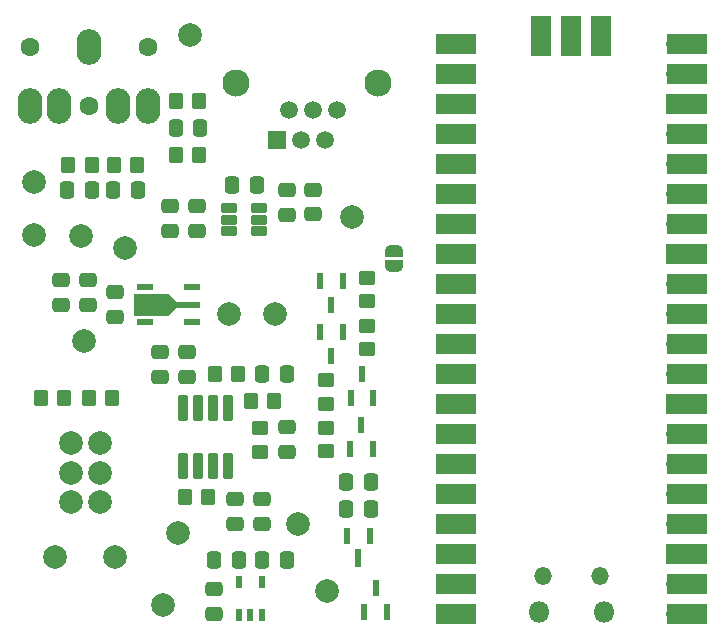
<source format=gbr>
%TF.GenerationSoftware,KiCad,Pcbnew,8.0.7+1*%
%TF.CreationDate,2025-02-06T19:29:56-05:00*%
%TF.ProjectId,jetKVM-audio-expansion,6a65744b-564d-42d6-9175-64696f2d6578,rev?*%
%TF.SameCoordinates,Original*%
%TF.FileFunction,Soldermask,Top*%
%TF.FilePolarity,Negative*%
%FSLAX46Y46*%
G04 Gerber Fmt 4.6, Leading zero omitted, Abs format (unit mm)*
G04 Created by KiCad (PCBNEW 8.0.7+1) date 2025-02-06 19:29:56*
%MOMM*%
%LPD*%
G01*
G04 APERTURE LIST*
G04 Aperture macros list*
%AMRoundRect*
0 Rectangle with rounded corners*
0 $1 Rounding radius*
0 $2 $3 $4 $5 $6 $7 $8 $9 X,Y pos of 4 corners*
0 Add a 4 corners polygon primitive as box body*
4,1,4,$2,$3,$4,$5,$6,$7,$8,$9,$2,$3,0*
0 Add four circle primitives for the rounded corners*
1,1,$1+$1,$2,$3*
1,1,$1+$1,$4,$5*
1,1,$1+$1,$6,$7*
1,1,$1+$1,$8,$9*
0 Add four rect primitives between the rounded corners*
20,1,$1+$1,$2,$3,$4,$5,0*
20,1,$1+$1,$4,$5,$6,$7,0*
20,1,$1+$1,$6,$7,$8,$9,0*
20,1,$1+$1,$8,$9,$2,$3,0*%
%AMFreePoly0*
4,1,9,0.939800,1.993900,0.266700,1.371600,0.266700,-0.711200,-0.266700,-0.711200,-0.266700,1.371600,-0.939800,1.993900,-0.939800,4.876800,0.939800,4.876800,0.939800,1.993900,0.939800,1.993900,$1*%
%AMFreePoly1*
4,1,19,0.500000,-0.750000,0.000000,-0.750000,0.000000,-0.744911,-0.071157,-0.744911,-0.207708,-0.704816,-0.327430,-0.627875,-0.420627,-0.520320,-0.479746,-0.390866,-0.500000,-0.250000,-0.500000,0.250000,-0.479746,0.390866,-0.420627,0.520320,-0.327430,0.627875,-0.207708,0.704816,-0.071157,0.744911,0.000000,0.744911,0.000000,0.750000,0.500000,0.750000,0.500000,-0.750000,0.500000,-0.750000,
$1*%
%AMFreePoly2*
4,1,19,0.000000,0.744911,0.071157,0.744911,0.207708,0.704816,0.327430,0.627875,0.420627,0.520320,0.479746,0.390866,0.500000,0.250000,0.500000,-0.250000,0.479746,-0.390866,0.420627,-0.520320,0.327430,-0.627875,0.207708,-0.704816,0.071157,-0.744911,0.000000,-0.744911,0.000000,-0.750000,-0.500000,-0.750000,-0.500000,0.750000,0.000000,0.750000,0.000000,0.744911,0.000000,0.744911,
$1*%
G04 Aperture macros list end*
%ADD10C,0.000000*%
%ADD11RoundRect,0.250000X-0.350000X-0.450000X0.350000X-0.450000X0.350000X0.450000X-0.350000X0.450000X0*%
%ADD12RoundRect,0.250000X0.337500X0.475000X-0.337500X0.475000X-0.337500X-0.475000X0.337500X-0.475000X0*%
%ADD13RoundRect,0.250000X0.475000X-0.337500X0.475000X0.337500X-0.475000X0.337500X-0.475000X-0.337500X0*%
%ADD14R,0.558800X1.320800*%
%ADD15R,0.558800X1.587500*%
%ADD16O,1.800000X1.800000*%
%ADD17O,1.500000X1.500000*%
%ADD18O,1.700000X1.700000*%
%ADD19R,3.500000X1.700000*%
%ADD20R,1.700000X1.700000*%
%ADD21R,1.700000X3.500000*%
%ADD22RoundRect,0.250000X-0.475000X0.337500X-0.475000X-0.337500X0.475000X-0.337500X0.475000X0.337500X0*%
%ADD23C,2.000000*%
%ADD24C,1.600000*%
%ADD25O,2.114000X3.020000*%
%ADD26R,1.422400X0.482600*%
%ADD27FreePoly0,90.000000*%
%ADD28RoundRect,0.250000X-0.337500X-0.475000X0.337500X-0.475000X0.337500X0.475000X-0.337500X0.475000X0*%
%ADD29C,2.300000*%
%ADD30R,1.520000X1.520000*%
%ADD31C,1.520000*%
%ADD32RoundRect,0.250000X0.450000X-0.350000X0.450000X0.350000X-0.450000X0.350000X-0.450000X-0.350000X0*%
%ADD33RoundRect,0.250000X-0.450000X0.350000X-0.450000X-0.350000X0.450000X-0.350000X0.450000X0.350000X0*%
%ADD34C,2.004000*%
%ADD35RoundRect,0.250000X0.350000X0.450000X-0.350000X0.450000X-0.350000X-0.450000X0.350000X-0.450000X0*%
%ADD36R,0.599999X1.000000*%
%ADD37RoundRect,0.100500X-0.301500X0.986500X-0.301500X-0.986500X0.301500X-0.986500X0.301500X0.986500X0*%
%ADD38FreePoly1,270.000000*%
%ADD39FreePoly2,270.000000*%
%ADD40RoundRect,0.098000X-0.609000X-0.294000X0.609000X-0.294000X0.609000X0.294000X-0.609000X0.294000X0*%
G04 APERTURE END LIST*
D10*
%TO.C,U5*%
G36*
X117665000Y-96761300D02*
G01*
X118325400Y-96761300D01*
X118325400Y-97294700D01*
X117665000Y-97294700D01*
X117042700Y-97967800D01*
X114159800Y-97967800D01*
X114159800Y-97294700D01*
X114159800Y-96761300D01*
X114159800Y-96088200D01*
X117042700Y-96088200D01*
X117665000Y-96761300D01*
G37*
%TD*%
D11*
%TO.C,R15*%
X110524800Y-85191600D03*
X108524800Y-85191600D03*
%TD*%
%TO.C,R14*%
X114385600Y-85191600D03*
X112385600Y-85191600D03*
%TD*%
D12*
%TO.C,C22*%
X112348100Y-87274400D03*
X114423100Y-87274400D03*
%TD*%
%TO.C,C21*%
X108436500Y-87274400D03*
X110511500Y-87274400D03*
%TD*%
D13*
%TO.C,C6*%
X119395000Y-90754000D03*
X119395000Y-88679000D03*
%TD*%
D14*
%TO.C,U7*%
X134046001Y-116586000D03*
X132145999Y-116586000D03*
D15*
X133096000Y-118484650D03*
%TD*%
D16*
%TO.C,U3*%
X153855000Y-123060000D03*
D17*
X153555000Y-120030000D03*
X148705000Y-120030000D03*
D16*
X148405000Y-123060000D03*
D18*
X160020000Y-123190000D03*
D19*
X160920000Y-123190000D03*
D18*
X160020000Y-120650000D03*
D19*
X160920000Y-120650000D03*
D20*
X160020000Y-118110000D03*
D19*
X160920000Y-118110000D03*
D18*
X160020000Y-115570000D03*
D19*
X160920000Y-115570000D03*
D18*
X160020000Y-113030000D03*
D19*
X160920000Y-113030000D03*
D18*
X160020000Y-110490000D03*
D19*
X160920000Y-110490000D03*
D18*
X160020000Y-107950000D03*
D19*
X160920000Y-107950000D03*
D20*
X160020000Y-105410000D03*
D19*
X160920000Y-105410000D03*
D18*
X160020000Y-102870000D03*
D19*
X160920000Y-102870000D03*
D18*
X160020000Y-100330000D03*
D19*
X160920000Y-100330000D03*
D18*
X160020000Y-97790000D03*
D19*
X160920000Y-97790000D03*
D18*
X160020000Y-95250000D03*
D19*
X160920000Y-95250000D03*
D20*
X160020000Y-92710000D03*
D19*
X160920000Y-92710000D03*
D18*
X160020000Y-90170000D03*
D19*
X160920000Y-90170000D03*
D18*
X160020000Y-87630000D03*
D19*
X160920000Y-87630000D03*
D18*
X160020000Y-85090000D03*
D19*
X160920000Y-85090000D03*
D18*
X160020000Y-82550000D03*
D19*
X160920000Y-82550000D03*
D20*
X160020000Y-80010000D03*
D19*
X160920000Y-80010000D03*
D18*
X160020000Y-77470000D03*
D19*
X160920000Y-77470000D03*
D18*
X160020000Y-74930000D03*
D19*
X160920000Y-74930000D03*
D18*
X142240000Y-74930000D03*
D19*
X141340000Y-74930000D03*
D18*
X142240000Y-77470000D03*
D19*
X141340000Y-77470000D03*
D20*
X142240000Y-80010000D03*
D19*
X141340000Y-80010000D03*
D18*
X142240000Y-82550000D03*
D19*
X141340000Y-82550000D03*
D18*
X142240000Y-85090000D03*
D19*
X141340000Y-85090000D03*
D18*
X142240000Y-87630000D03*
D19*
X141340000Y-87630000D03*
D18*
X142240000Y-90170000D03*
D19*
X141340000Y-90170000D03*
D20*
X142240000Y-92710000D03*
D19*
X141340000Y-92710000D03*
D18*
X142240000Y-95250000D03*
D19*
X141340000Y-95250000D03*
D18*
X142240000Y-97790000D03*
D19*
X141340000Y-97790000D03*
D18*
X142240000Y-100330000D03*
D19*
X141340000Y-100330000D03*
D18*
X142240000Y-102870000D03*
D19*
X141340000Y-102870000D03*
D20*
X142240000Y-105410000D03*
D19*
X141340000Y-105410000D03*
D18*
X142240000Y-107950000D03*
D19*
X141340000Y-107950000D03*
D18*
X142240000Y-110490000D03*
D19*
X141340000Y-110490000D03*
D18*
X142240000Y-113030000D03*
D19*
X141340000Y-113030000D03*
D18*
X142240000Y-115570000D03*
D19*
X141340000Y-115570000D03*
D20*
X142240000Y-118110000D03*
D19*
X141340000Y-118110000D03*
D18*
X142240000Y-120650000D03*
D19*
X141340000Y-120650000D03*
D18*
X142240000Y-123190000D03*
D19*
X141340000Y-123190000D03*
D18*
X153670000Y-75160000D03*
D21*
X153670000Y-74260000D03*
D20*
X151130000Y-75160000D03*
D21*
X151130000Y-74260000D03*
D18*
X148590000Y-75160000D03*
D21*
X148590000Y-74260000D03*
%TD*%
D22*
%TO.C,C14*%
X127063497Y-107399000D03*
X127063497Y-109474000D03*
%TD*%
D11*
%TO.C,R9*%
X123968000Y-105156000D03*
X125968000Y-105156000D03*
%TD*%
D23*
%TO.C,TP6*%
X109575600Y-91236800D03*
%TD*%
D12*
%TO.C,C3*%
X124496500Y-86922500D03*
X122421500Y-86922500D03*
%TD*%
D24*
%TO.C,J2*%
X115276000Y-75176000D03*
X105276000Y-75176000D03*
X110276000Y-80176000D03*
D25*
X110276000Y-75176000D03*
X105276000Y-80176000D03*
X115276000Y-80176000D03*
X107776000Y-80176000D03*
X112776000Y-80176000D03*
%TD*%
D23*
%TO.C,TP8*%
X118872000Y-74168000D03*
%TD*%
D26*
%TO.C,U5*%
X119036600Y-98526600D03*
D27*
X119036600Y-97028000D03*
D26*
X119036600Y-95529400D03*
X115023400Y-95529400D03*
X115023400Y-98526600D03*
%TD*%
D23*
%TO.C,TP1*%
X116586000Y-122428000D03*
%TD*%
D28*
%TO.C,C18*%
X124946500Y-102870000D03*
X127021500Y-102870000D03*
%TD*%
D13*
%TO.C,C2*%
X117109000Y-90775500D03*
X117109000Y-88700500D03*
%TD*%
D22*
%TO.C,C5*%
X118618000Y-101070500D03*
X118618000Y-103145500D03*
%TD*%
D12*
%TO.C,C15*%
X134133500Y-114300000D03*
X132058500Y-114300000D03*
%TD*%
D29*
%TO.C,J1*%
X134778000Y-78232000D03*
X122778000Y-78232000D03*
D30*
X126228000Y-83072000D03*
D31*
X127248000Y-80532000D03*
X128268000Y-83072000D03*
X129288000Y-80532000D03*
X130308000Y-83072000D03*
X131328000Y-80532000D03*
%TD*%
D22*
%TO.C,C8*%
X110236000Y-94974500D03*
X110236000Y-97049500D03*
%TD*%
D32*
%TO.C,R13*%
X130365500Y-109442000D03*
X130365500Y-107442000D03*
%TD*%
D11*
%TO.C,R3*%
X120920000Y-102870000D03*
X122920000Y-102870000D03*
%TD*%
D23*
%TO.C,TP16*%
X130429000Y-121285000D03*
%TD*%
D33*
%TO.C,R10*%
X133858000Y-98806000D03*
X133858000Y-100806000D03*
%TD*%
D23*
%TO.C,TP2*%
X105664000Y-86614000D03*
%TD*%
D11*
%TO.C,R8*%
X117634000Y-84328000D03*
X119634000Y-84328000D03*
%TD*%
D34*
%TO.C,R2*%
X108752000Y-108752000D03*
X108752000Y-111252000D03*
X108752000Y-113752000D03*
X111252000Y-108752000D03*
X111252000Y-111252000D03*
X111252000Y-113752000D03*
%TD*%
D11*
%TO.C,R4*%
X106188000Y-104902000D03*
X108188000Y-104902000D03*
%TD*%
D35*
%TO.C,R1*%
X119618000Y-79756000D03*
X117618000Y-79756000D03*
%TD*%
D23*
%TO.C,TP19*%
X113334800Y-92252800D03*
%TD*%
D35*
%TO.C,R5*%
X112252000Y-104902000D03*
X110252000Y-104902000D03*
%TD*%
D36*
%TO.C,U6*%
X123001999Y-123295001D03*
X123952000Y-123295001D03*
X124901998Y-123295001D03*
X124901998Y-120545001D03*
X123001999Y-120545001D03*
%TD*%
D37*
%TO.C,U1*%
X122047000Y-105734000D03*
X120777000Y-105734000D03*
X119507000Y-105734000D03*
X118237000Y-105734000D03*
X118237000Y-110674000D03*
X119507000Y-110674000D03*
X120777000Y-110674000D03*
X122047000Y-110674000D03*
%TD*%
D32*
%TO.C,R7*%
X124777498Y-109474000D03*
X124777498Y-107474000D03*
%TD*%
D23*
%TO.C,TP10*%
X107442000Y-118364000D03*
%TD*%
D14*
%TO.C,U11*%
X132397500Y-109220000D03*
X134302500Y-109220000D03*
X133350000Y-107188000D03*
%TD*%
%TO.C,U8*%
X131762498Y-99314000D03*
X129857498Y-99314000D03*
X130809998Y-101346000D03*
%TD*%
D22*
%TO.C,C20*%
X116332000Y-101070500D03*
X116332000Y-103145500D03*
%TD*%
D13*
%TO.C,C9*%
X120904000Y-123211500D03*
X120904000Y-121136500D03*
%TD*%
D14*
%TO.C,U9*%
X131762500Y-94996000D03*
X129857500Y-94996000D03*
X130810000Y-97028000D03*
%TD*%
D23*
%TO.C,TP7*%
X105664000Y-91084400D03*
%TD*%
D11*
%TO.C,R6*%
X118396000Y-113284000D03*
X120396000Y-113284000D03*
%TD*%
D12*
%TO.C,C12*%
X119701500Y-82042000D03*
X117626500Y-82042000D03*
%TD*%
D33*
%TO.C,R11*%
X133858000Y-94742000D03*
X133858000Y-96742000D03*
%TD*%
D12*
%TO.C,C17*%
X134133500Y-112014000D03*
X132058500Y-112014000D03*
%TD*%
D23*
%TO.C,TP15*%
X126034800Y-97790000D03*
%TD*%
D14*
%TO.C,U10*%
X132460999Y-104917998D03*
X134365999Y-104917998D03*
X133413499Y-102885998D03*
%TD*%
D23*
%TO.C,TP13*%
X117856000Y-116332000D03*
%TD*%
D22*
%TO.C,C16*%
X107950000Y-94974500D03*
X107950000Y-97049500D03*
%TD*%
D12*
%TO.C,C10*%
X122957500Y-118618000D03*
X120882500Y-118618000D03*
%TD*%
D23*
%TO.C,TP18*%
X109855000Y-100076000D03*
%TD*%
%TO.C,TP11*%
X112522000Y-118364000D03*
%TD*%
D14*
%TO.C,U4*%
X133604000Y-123062999D03*
X135509000Y-123062999D03*
X134556500Y-121030999D03*
%TD*%
D22*
%TO.C,C4*%
X122618498Y-113500000D03*
X122618498Y-115575000D03*
%TD*%
D38*
%TO.C,JP1*%
X136144000Y-92441000D03*
D39*
X136144000Y-93741000D03*
%TD*%
D40*
%TO.C,U2*%
X122153200Y-88864400D03*
X122153200Y-89814400D03*
X122153200Y-90764400D03*
X124663200Y-90764400D03*
X124663200Y-89814400D03*
X124663200Y-88864400D03*
%TD*%
D22*
%TO.C,C19*%
X124904498Y-113500000D03*
X124904498Y-115575000D03*
%TD*%
D23*
%TO.C,TP14*%
X132588000Y-89611200D03*
%TD*%
D13*
%TO.C,C1*%
X129235200Y-89378700D03*
X129235200Y-87303700D03*
%TD*%
%TO.C,C11*%
X112522000Y-98065500D03*
X112522000Y-95990500D03*
%TD*%
D23*
%TO.C,TP12*%
X122174000Y-97790000D03*
%TD*%
%TO.C,TP17*%
X128016000Y-115570000D03*
%TD*%
D28*
%TO.C,C13*%
X124946500Y-118618000D03*
X127021500Y-118618000D03*
%TD*%
D13*
%TO.C,C7*%
X127015000Y-89400200D03*
X127015000Y-87325200D03*
%TD*%
D32*
%TO.C,R12*%
X130365498Y-105426002D03*
X130365498Y-103426002D03*
%TD*%
M02*

</source>
